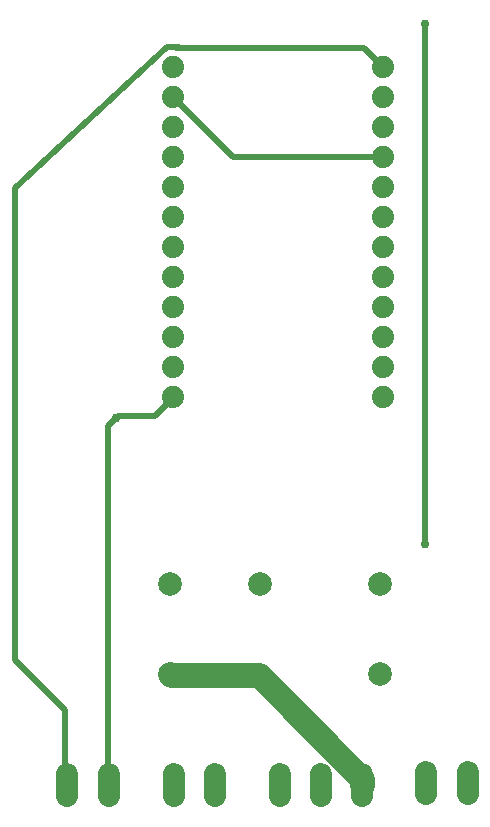
<source format=gbr>
G04 EAGLE Gerber X2 export*
%TF.Part,Single*%
%TF.FileFunction,Copper,L2,Bot,Mixed*%
%TF.FilePolarity,Positive*%
%TF.GenerationSoftware,Autodesk,EAGLE,9.1.3*%
%TF.CreationDate,2018-10-07T17:36:22Z*%
G75*
%MOMM*%
%FSLAX34Y34*%
%LPD*%
%AMOC8*
5,1,8,0,0,1.08239X$1,22.5*%
G01*
%ADD10C,1.879600*%
%ADD11C,1.875000*%
%ADD12C,2.006600*%
%ADD13C,0.508000*%
%ADD14C,0.756400*%
%ADD15C,2.082800*%


D10*
X156989Y634121D03*
X156989Y608721D03*
X156989Y583321D03*
X156989Y557921D03*
X156989Y532521D03*
X156989Y507121D03*
X156989Y481721D03*
X156989Y456321D03*
X156989Y430921D03*
X156989Y405521D03*
X156989Y380121D03*
X156989Y354721D03*
X334789Y354721D03*
X334789Y380121D03*
X334789Y405521D03*
X334789Y430921D03*
X334789Y456321D03*
X334789Y481721D03*
X334789Y507121D03*
X334789Y532521D03*
X334789Y557921D03*
X334789Y583321D03*
X334789Y608721D03*
X334789Y634121D03*
D11*
X282500Y35225D02*
X282500Y16475D01*
X247500Y16475D02*
X247500Y35225D01*
X317500Y35225D02*
X317500Y16475D01*
X192500Y16475D02*
X192500Y35225D01*
X157500Y35225D02*
X157500Y16475D01*
X102500Y16475D02*
X102500Y35225D01*
X67500Y35225D02*
X67500Y16475D01*
X406500Y18475D02*
X406500Y37225D01*
X371500Y37225D02*
X371500Y18475D01*
D12*
X331958Y196200D03*
X230358Y196200D03*
X154158Y196200D03*
X154158Y120000D03*
X331958Y120000D03*
D13*
X154194Y607964D02*
X154194Y608568D01*
X333502Y558038D02*
X334789Y557921D01*
X207789Y557921D01*
X156989Y608721D01*
X155194Y609219D02*
X154194Y608568D01*
X155194Y609219D02*
X156989Y608721D01*
X160006Y650286D02*
X318502Y650286D01*
X161798Y650494D02*
X160006Y650286D01*
X161798Y650494D02*
X151892Y650494D01*
X23020Y531622D01*
X23020Y132080D01*
X334789Y634121D02*
X318502Y650286D01*
X66040Y89154D02*
X66040Y26322D01*
X66040Y89154D02*
X23114Y132080D01*
X66040Y26322D02*
X67500Y25850D01*
X23114Y132080D02*
X23020Y132080D01*
X102362Y26322D02*
X102362Y330200D01*
X102362Y26322D02*
X102500Y25850D01*
X104013Y331851D02*
X108966Y336804D01*
X104013Y331851D02*
X102362Y330200D01*
X110617Y338455D02*
X141986Y338455D01*
X156845Y353314D01*
X110617Y338455D02*
X108966Y336804D01*
X156845Y353314D02*
X156989Y354721D01*
D14*
X108966Y336804D03*
X370000Y670000D03*
X370000Y230000D03*
D13*
X370000Y670000D01*
D15*
X316992Y31369D02*
X316992Y26416D01*
X316992Y31369D02*
X229489Y118872D01*
X155194Y118872D01*
X316992Y26416D02*
X317500Y25850D01*
X155194Y118872D02*
X154158Y120000D01*
M02*

</source>
